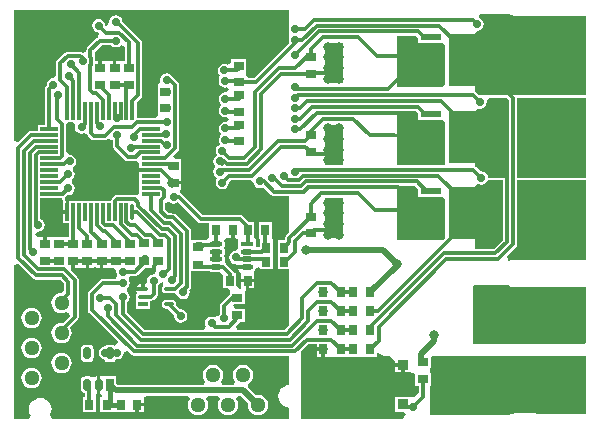
<source format=gbl>
G04 Layer_Physical_Order=2*
G04 Layer_Color=16711680*
%FSLAX24Y24*%
%MOIN*%
G70*
G01*
G75*
%ADD15R,0.0315X0.0354*%
%ADD22R,0.0276X0.0354*%
%ADD24R,0.0354X0.0315*%
%ADD25R,0.0354X0.0276*%
%ADD26R,0.1820X0.1780*%
%ADD27R,0.0650X0.0240*%
%ADD28C,0.0197*%
%ADD29C,0.0118*%
%ADD30R,0.1654X0.2638*%
%ADD31R,0.1654X0.1850*%
%ADD32C,0.0512*%
%ADD33C,0.0315*%
%ADD34C,0.0276*%
G04:AMPARAMS|DCode=35|XSize=39.4mil|YSize=26mil|CornerRadius=6.5mil|HoleSize=0mil|Usage=FLASHONLY|Rotation=90.000|XOffset=0mil|YOffset=0mil|HoleType=Round|Shape=RoundedRectangle|*
%AMROUNDEDRECTD35*
21,1,0.0394,0.0130,0,0,90.0*
21,1,0.0264,0.0260,0,0,90.0*
1,1,0.0130,0.0065,0.0132*
1,1,0.0130,0.0065,-0.0132*
1,1,0.0130,-0.0065,-0.0132*
1,1,0.0130,-0.0065,0.0132*
%
%ADD35ROUNDEDRECTD35*%
%ADD36R,0.0260X0.0394*%
%ADD37R,0.0335X0.0138*%
%ADD38O,0.0335X0.0138*%
%ADD39O,0.0433X0.0177*%
%ADD40R,0.0433X0.0177*%
%ADD41R,0.0591X0.1378*%
%ADD42O,0.0118X0.0591*%
%ADD43R,0.0118X0.0591*%
%ADD44R,0.0591X0.0118*%
%ADD45R,0.0335X0.0335*%
%ADD46R,0.0118X0.0118*%
%ADD47C,0.0157*%
G36*
X5238Y7309D02*
X5309Y7261D01*
X5394Y7244D01*
X5478Y7261D01*
X5534Y7298D01*
X6200Y6633D01*
X6245Y6602D01*
X6299Y6592D01*
X6575D01*
Y6122D01*
X6575D01*
X6566Y6092D01*
X6476Y6024D01*
X6476Y6024D01*
X6476Y6024D01*
X6355D01*
X6344Y6031D01*
X6260Y6048D01*
X6217Y6039D01*
X6181Y6046D01*
X6127Y6035D01*
X6110Y6024D01*
X5967D01*
Y6325D01*
X5957Y6379D01*
X5926Y6425D01*
X5460Y6891D01*
X5415Y6921D01*
X5361Y6932D01*
X5225D01*
X5119Y7038D01*
Y7274D01*
X5235Y7309D01*
X5238Y7309D01*
D02*
G37*
G36*
X13553Y7744D02*
Y7480D01*
X14360D01*
X14449Y7409D01*
Y6117D01*
X14356Y6024D01*
X12835D01*
Y6908D01*
X12894D01*
X12924Y6914D01*
X12950Y6931D01*
X12968Y6957D01*
X12974Y6988D01*
Y7106D01*
X12968Y7137D01*
X12950Y7163D01*
X12924Y7180D01*
X12894Y7187D01*
X12835D01*
Y7852D01*
X13446D01*
X13553Y7744D01*
D02*
G37*
G36*
X10492Y6319D02*
X10295D01*
Y6437D01*
X10492D01*
Y6319D01*
D02*
G37*
G36*
X2068Y9947D02*
X2114Y9862D01*
X2102Y9803D01*
X2119Y9719D01*
X2167Y9647D01*
X2238Y9599D01*
X2323Y9582D01*
X2384Y9595D01*
X2411Y9597D01*
X2418Y9594D01*
X2521Y9533D01*
X2538Y9507D01*
X2637Y9409D01*
X2682Y9378D01*
X2736Y9367D01*
X3095D01*
X3148Y9378D01*
X3194Y9409D01*
X3195Y9410D01*
X3338Y9386D01*
X3348Y9371D01*
X3363Y9361D01*
Y9177D01*
X3374Y9123D01*
X3405Y9078D01*
X3763Y8720D01*
X3808Y8689D01*
X3862Y8678D01*
X4136D01*
X4198Y8648D01*
X4238Y8612D01*
X4252Y8590D01*
Y8425D01*
Y8425D01*
X4612D01*
X4626Y8422D01*
Y8307D01*
X4252D01*
Y8031D01*
Y7606D01*
X4183Y7555D01*
X4134Y7535D01*
X4097Y7542D01*
X3504D01*
X3450Y7531D01*
X3405Y7501D01*
X3326Y7422D01*
X3295Y7377D01*
X3289Y7343D01*
X2303D01*
Y7343D01*
X2185D01*
Y7343D01*
X1909D01*
Y6982D01*
X1907Y6969D01*
X1850D01*
Y6909D01*
X1713D01*
Y6594D01*
X1907D01*
Y6142D01*
X1791D01*
Y6142D01*
X1319D01*
Y6142D01*
X1161D01*
Y5906D01*
X1043D01*
Y6142D01*
X846D01*
X846Y6142D01*
Y6142D01*
X784Y6232D01*
X858Y6306D01*
X872Y6316D01*
X951Y6331D01*
X1022Y6379D01*
X1070Y6451D01*
X1087Y6535D01*
X1070Y6620D01*
X1022Y6692D01*
X951Y6739D01*
X948Y6740D01*
Y7441D01*
X1227D01*
X1240Y7438D01*
X1659D01*
X1708Y7351D01*
X1713Y7323D01*
Y7028D01*
X1791D01*
Y7343D01*
X1784D01*
X1768Y7387D01*
X1764Y7461D01*
X1792Y7479D01*
X1852Y7539D01*
X1870Y7535D01*
X1955Y7552D01*
X2026Y7600D01*
X2074Y7671D01*
X2091Y7756D01*
X2074Y7840D01*
X2026Y7912D01*
X2008Y7924D01*
Y8060D01*
X2026Y8072D01*
X2074Y8144D01*
X2091Y8228D01*
X2074Y8313D01*
X2049Y8350D01*
X2033Y8400D01*
X2072Y8496D01*
X2085Y8505D01*
X2133Y8577D01*
X2150Y8661D01*
X2133Y8746D01*
X2085Y8818D01*
X2014Y8865D01*
X1929Y8882D01*
X1814Y8976D01*
Y9902D01*
X1918Y9980D01*
X2039D01*
X2068Y9947D01*
D02*
G37*
G36*
X12894Y6988D02*
X12697D01*
Y7106D01*
X12894D01*
Y6988D01*
D02*
G37*
G36*
X19134Y5376D02*
X16752D01*
Y5378D01*
X16634Y5362D01*
X16581Y5341D01*
X16529Y5359D01*
X16497Y5495D01*
X16804Y5801D01*
X16834Y5847D01*
X16845Y5901D01*
Y8031D01*
X19134D01*
Y5376D01*
D02*
G37*
G36*
X10157Y2461D02*
X10374D01*
Y2402D01*
X10433D01*
Y2146D01*
X10591D01*
X10591Y2146D01*
X10748D01*
Y2146D01*
X10787Y2146D01*
X11575D01*
Y2146D01*
X11732D01*
Y2146D01*
X12165D01*
Y2262D01*
X12205Y2288D01*
X12402Y2183D01*
Y2165D01*
X12605D01*
X12785Y1969D01*
Y1939D01*
X13031D01*
Y1880D01*
X13091D01*
Y1634D01*
X13256D01*
X13284Y1631D01*
X13445Y1563D01*
Y1181D01*
X13560D01*
Y938D01*
X13394Y790D01*
X13278Y807D01*
X13278Y807D01*
X12785D01*
Y315D01*
X13084D01*
X13126Y251D01*
X13041Y80D01*
X9646D01*
X9646Y2336D01*
X9886Y2576D01*
X10157D01*
Y2461D01*
D02*
G37*
G36*
X19134Y2165D02*
Y257D01*
X16772D01*
Y259D01*
X16654Y247D01*
X16540Y213D01*
X16510Y197D01*
X13937Y197D01*
Y1181D01*
X13957D01*
Y1614D01*
X13937D01*
Y1772D01*
X13957D01*
Y2110D01*
X14012Y2165D01*
X19134Y2165D01*
D02*
G37*
G36*
X16521Y4528D02*
X16524Y4526D01*
X16634Y4480D01*
X16752Y4464D01*
Y4467D01*
X19134D01*
Y2615D01*
X19078Y2559D01*
X15354Y2559D01*
Y4472D01*
X15410Y4528D01*
X16521D01*
D02*
G37*
G36*
X3051Y5118D02*
X3401D01*
X3484Y5000D01*
X3480Y4980D01*
X3497Y4896D01*
X3508Y4880D01*
X3514Y4858D01*
X3464Y4747D01*
X3031D01*
X2978Y4736D01*
X2932Y4706D01*
X2578Y4351D01*
X2547Y4306D01*
X2537Y4252D01*
Y3703D01*
X2547Y3649D01*
X2578Y3604D01*
X3524Y2657D01*
X3523Y2627D01*
X3483Y2532D01*
X3403Y2514D01*
X3389Y2523D01*
X3333Y2534D01*
X3203D01*
X3147Y2523D01*
X3117Y2503D01*
X3110Y2504D01*
X3026Y2487D01*
X2954Y2440D01*
X2906Y2368D01*
X2889Y2283D01*
X2906Y2199D01*
X2954Y2127D01*
X3026Y2079D01*
X3067Y2071D01*
X3067Y2068D01*
X3099Y2020D01*
X3147Y1989D01*
X3203Y1978D01*
X3333D01*
X3389Y1989D01*
X3436Y2020D01*
X3468Y2068D01*
X3470Y2069D01*
X3504Y2063D01*
X3588Y2079D01*
X3660Y2127D01*
X3708Y2199D01*
X3725Y2283D01*
X3723Y2291D01*
X3832Y2349D01*
X3958Y2223D01*
X4003Y2193D01*
X4057Y2182D01*
X9252D01*
Y1204D01*
X9154Y1191D01*
X9063Y1153D01*
X8985Y1094D01*
X8925Y1015D01*
X8888Y924D01*
X8875Y827D01*
X8888Y729D01*
X8925Y638D01*
X8985Y560D01*
X9063Y500D01*
X9154Y462D01*
X9252Y450D01*
Y80D01*
X1325D01*
X1266Y198D01*
X1272Y205D01*
X1309Y296D01*
X1322Y394D01*
X1309Y491D01*
X1272Y582D01*
X1212Y660D01*
X1133Y720D01*
X1043Y758D01*
X945Y771D01*
X847Y758D01*
X756Y720D01*
X678Y660D01*
X618Y582D01*
X580Y491D01*
X568Y394D01*
X580Y296D01*
X618Y205D01*
X623Y198D01*
X565Y80D01*
X80D01*
Y5203D01*
X198Y5252D01*
X687Y4763D01*
X733Y4732D01*
X787Y4722D01*
X1600D01*
X1730Y4592D01*
Y4388D01*
X1654Y4282D01*
X1566Y4271D01*
X1485Y4237D01*
X1415Y4184D01*
X1361Y4114D01*
X1328Y4032D01*
X1316Y3945D01*
X1328Y3858D01*
X1361Y3776D01*
X1415Y3706D01*
X1485Y3653D01*
X1566Y3619D01*
X1654Y3607D01*
X1741Y3619D01*
X1803Y3644D01*
X1899Y3594D01*
X1912Y3584D01*
X1922Y3491D01*
X1707Y3275D01*
X1654Y3282D01*
X1566Y3271D01*
X1485Y3237D01*
X1415Y3184D01*
X1361Y3114D01*
X1328Y3032D01*
X1316Y2945D01*
X1328Y2858D01*
X1361Y2776D01*
X1415Y2706D01*
X1485Y2653D01*
X1566Y2619D01*
X1654Y2607D01*
X1741Y2619D01*
X1822Y2653D01*
X1892Y2706D01*
X1946Y2776D01*
X1980Y2858D01*
X1991Y2945D01*
X1980Y3032D01*
X1946Y3114D01*
X1944Y3116D01*
X2186Y3357D01*
X2216Y3403D01*
X2227Y3457D01*
Y4712D01*
X2216Y4765D01*
X2186Y4811D01*
X1988Y5009D01*
X2033Y5118D01*
X2461D01*
Y5354D01*
X2579D01*
Y5118D01*
X2933D01*
Y5354D01*
X3051D01*
Y5118D01*
D02*
G37*
G36*
X4626Y5118D02*
X4751D01*
X4815Y5019D01*
X4776Y4914D01*
X4724Y4906D01*
X4640Y4889D01*
X4568Y4841D01*
X4520Y4770D01*
X4504Y4685D01*
X4506Y4673D01*
X4499Y4651D01*
X4429Y4574D01*
Y4409D01*
X4370D01*
Y4350D01*
X4133D01*
X4158Y4281D01*
X4133Y4211D01*
X4123Y4163D01*
X4121Y4154D01*
X4124Y4045D01*
X4124Y4045D01*
Y3750D01*
X4616D01*
Y4013D01*
X4626D01*
X4680Y4024D01*
X4725Y4054D01*
X4824Y4153D01*
X4854Y4198D01*
X4865Y4252D01*
Y4518D01*
X4881Y4529D01*
X4928Y4601D01*
X4954Y4616D01*
X5044Y4637D01*
X5041Y4523D01*
X5031Y4516D01*
X4999Y4467D01*
X4987Y4409D01*
X4999Y4352D01*
X5031Y4303D01*
X5080Y4270D01*
X5138Y4259D01*
X5335D01*
X5385Y4269D01*
X5433D01*
X5505Y4205D01*
X5553Y4134D01*
X5624Y4086D01*
X5709Y4069D01*
X5793Y4086D01*
X5865Y4134D01*
X5913Y4205D01*
X5929Y4290D01*
X5913Y4373D01*
X5926Y4386D01*
X5957Y4432D01*
X5967Y4485D01*
Y5000D01*
X6325D01*
X6339Y4997D01*
X6592D01*
X6618Y4980D01*
X6683Y4967D01*
X6939D01*
X6941Y4968D01*
X7047Y4878D01*
X7047Y4877D01*
Y4429D01*
X7216D01*
X7264Y4331D01*
Y4227D01*
X7243Y4214D01*
X6977Y3948D01*
X6947Y3902D01*
X6936Y3848D01*
Y3592D01*
X6921Y3581D01*
X6874Y3512D01*
X6873Y3510D01*
X6744Y3468D01*
X6738Y3472D01*
X6654Y3488D01*
X6569Y3472D01*
X6497Y3424D01*
X6450Y3352D01*
X6433Y3268D01*
X6450Y3183D01*
X6457Y3172D01*
X6394Y3054D01*
X4431D01*
X3841Y3644D01*
Y3967D01*
X3857Y3978D01*
X3905Y4049D01*
X3922Y4134D01*
X3905Y4218D01*
X3857Y4290D01*
X3839Y4302D01*
X3839Y4438D01*
X3857Y4450D01*
X3905Y4522D01*
X3922Y4606D01*
X3905Y4691D01*
X3894Y4707D01*
X3887Y4728D01*
X3937Y4840D01*
X4093D01*
X4146Y4851D01*
X4192Y4881D01*
X4429Y5118D01*
X4626D01*
Y5118D01*
D02*
G37*
G36*
X16367Y6040D02*
X16058Y5731D01*
X15433D01*
Y7854D01*
X15551Y7917D01*
X15567Y7906D01*
X15652Y7889D01*
X15736Y7906D01*
X15808Y7954D01*
X15856Y8026D01*
X15857Y8031D01*
X16367D01*
Y6040D01*
D02*
G37*
G36*
X3757Y12486D02*
Y12008D01*
X3642D01*
Y12008D01*
X3484D01*
Y11772D01*
X3366D01*
Y12008D01*
X3012D01*
Y11772D01*
X2894D01*
Y12008D01*
X2772D01*
Y12116D01*
X2762Y12170D01*
X2759Y12175D01*
Y12300D01*
X2995Y12537D01*
X3298D01*
X3308Y12521D01*
X3380Y12473D01*
X3465Y12456D01*
X3549Y12473D01*
X3621Y12521D01*
X3630Y12535D01*
X3651Y12542D01*
X3757Y12486D01*
D02*
G37*
G36*
X13553Y12784D02*
Y12599D01*
X14331D01*
X14449Y12527D01*
X14449Y11225D01*
X14365Y11142D01*
X12835Y11142D01*
Y12026D01*
X12894D01*
X12924Y12032D01*
X12950Y12050D01*
X12968Y12076D01*
X12974Y12106D01*
Y12224D01*
X12968Y12255D01*
X12950Y12281D01*
X12924Y12299D01*
X12894Y12305D01*
X12835Y12364D01*
Y12852D01*
X13485D01*
X13553Y12784D01*
D02*
G37*
G36*
X9252Y13166D02*
X9245Y13155D01*
X9228Y13071D01*
X9245Y12986D01*
X9252Y12976D01*
Y12812D01*
X9245Y12801D01*
X9228Y12717D01*
X9245Y12632D01*
X9252Y12621D01*
Y12606D01*
X8086Y11440D01*
X7869D01*
X7815Y11535D01*
Y11614D01*
X7815D01*
X7815Y11654D01*
Y11837D01*
X7818Y11850D01*
X7815Y11864D01*
Y12087D01*
X7303D01*
Y11942D01*
X7185Y11882D01*
X7162Y11897D01*
X7078Y11914D01*
X6993Y11897D01*
X6922Y11849D01*
X6874Y11777D01*
X6857Y11693D01*
X6874Y11608D01*
X6922Y11537D01*
X6916Y11423D01*
X6899Y11339D01*
X6916Y11254D01*
X6964Y11182D01*
X7036Y11135D01*
X7120Y11118D01*
X7159Y11125D01*
X7233Y11044D01*
X7225Y11033D01*
X7137Y10965D01*
X7120Y10969D01*
X7036Y10952D01*
X6964Y10904D01*
X6916Y10833D01*
X6899Y10748D01*
X6916Y10664D01*
X6936Y10634D01*
X6955Y10551D01*
X6936Y10469D01*
X6916Y10439D01*
X6899Y10354D01*
X6916Y10270D01*
X6964Y10198D01*
X7036Y10150D01*
X7120Y10134D01*
X7159Y10141D01*
X7233Y10059D01*
X7225Y10049D01*
X7137Y9981D01*
X7120Y9985D01*
X7036Y9968D01*
X6964Y9920D01*
X6916Y9848D01*
X6899Y9764D01*
X6916Y9679D01*
X6936Y9650D01*
X6955Y9567D01*
X6936Y9484D01*
X6916Y9455D01*
X6899Y9370D01*
X6906Y9337D01*
X6923Y9220D01*
X6852Y9172D01*
X6804Y9100D01*
X6787Y9016D01*
X6804Y8931D01*
X6850Y8862D01*
X6784Y8818D01*
X6736Y8746D01*
X6719Y8661D01*
X6736Y8577D01*
X6784Y8505D01*
Y8463D01*
X6736Y8392D01*
X6719Y8307D01*
X6736Y8223D01*
X6784Y8151D01*
X6850Y8107D01*
X6804Y8037D01*
X6787Y7953D01*
X6804Y7868D01*
X6852Y7797D01*
X6923Y7749D01*
X7008Y7732D01*
X7092Y7749D01*
X7164Y7797D01*
X7212Y7868D01*
X7229Y7953D01*
X7227Y7962D01*
X7305Y8048D01*
X7938D01*
X8017Y8008D01*
X8057Y7941D01*
X8064Y7908D01*
X8112Y7836D01*
X8183Y7788D01*
X8268Y7771D01*
X8352Y7788D01*
X8378Y7805D01*
X8645Y7538D01*
X8690Y7508D01*
X8744Y7497D01*
X9252D01*
Y6301D01*
X9153Y6202D01*
X9122Y6156D01*
X9111Y6102D01*
Y6043D01*
X8858D01*
Y5531D01*
Y5059D01*
X9252D01*
Y3191D01*
X9115Y3054D01*
X7501D01*
X7456Y3163D01*
X7600Y3307D01*
X7776D01*
Y3740D01*
X7431D01*
X7369Y3858D01*
X7397Y3898D01*
X7776D01*
Y4311D01*
X7776Y4331D01*
X7795Y4371D01*
Y4626D01*
X7638D01*
Y4449D01*
X7638Y4429D01*
X7625Y4402D01*
X7587Y4402D01*
X7480Y4515D01*
Y4941D01*
X7400D01*
X7394Y4975D01*
X7363Y5021D01*
X7147Y5237D01*
X7097Y5328D01*
X7110Y5394D01*
X7097Y5459D01*
X7060Y5514D01*
Y5529D01*
X7097Y5584D01*
X7110Y5650D01*
X7097Y5715D01*
X7063Y5778D01*
X7097Y5840D01*
X7110Y5906D01*
X7097Y5971D01*
X7074Y6004D01*
X7084Y6046D01*
X7168Y6122D01*
X7303D01*
Y6378D01*
X7421D01*
Y6122D01*
X7442D01*
X7539Y6073D01*
X7539Y6028D01*
Y5785D01*
X7478Y5697D01*
X7447Y5675D01*
X7382Y5662D01*
X7310Y5615D01*
X7262Y5543D01*
X7246Y5458D01*
X7262Y5374D01*
X7310Y5302D01*
X7382Y5254D01*
X7446Y5242D01*
X7470Y5233D01*
X7495Y5197D01*
X7835D01*
Y5079D01*
X7548D01*
X7549Y5073D01*
X7575Y5033D01*
X7586Y5017D01*
X7638Y4916D01*
X7638Y4860D01*
Y4744D01*
X8071D01*
X8071Y4908D01*
X8077Y4961D01*
X8102Y5046D01*
X8120Y5073D01*
X8246Y5128D01*
X8268Y5121D01*
Y5059D01*
X8701D01*
Y5531D01*
Y6043D01*
X8701D01*
X8661Y6122D01*
Y6634D01*
X8228D01*
Y6122D01*
X8228D01*
X8268Y6043D01*
Y5790D01*
X8130D01*
Y6073D01*
X8130D01*
X8071Y6122D01*
Y6634D01*
X7896D01*
X7698Y6832D01*
X7652Y6862D01*
X7598Y6873D01*
X6357D01*
X5666Y7564D01*
X5620Y7595D01*
X5602Y7598D01*
X5612Y7710D01*
X5617Y7717D01*
X5650D01*
Y7894D01*
X5394D01*
Y8012D01*
X5650D01*
Y8189D01*
X5650D01*
Y8268D01*
X5650D01*
Y8740D01*
X5428D01*
X5383Y8849D01*
X5532Y8999D01*
X5563Y9045D01*
X5574Y9098D01*
Y9213D01*
X5574Y9213D01*
Y11199D01*
X5563Y11253D01*
X5532Y11298D01*
X5353Y11477D01*
X5350Y11479D01*
X5314Y11534D01*
X5242Y11582D01*
X5157Y11599D01*
X5073Y11582D01*
X5001Y11534D01*
X4954Y11462D01*
X4937Y11378D01*
X4945Y11339D01*
X4928Y11311D01*
X4862Y11220D01*
X4862D01*
X4862Y11220D01*
Y10748D01*
X4862D01*
Y10669D01*
X4862D01*
Y10197D01*
X4808Y10101D01*
X4173D01*
X4154Y10117D01*
Y10341D01*
X4156Y10354D01*
Y10611D01*
X4312Y10767D01*
X4342Y10812D01*
X4353Y10866D01*
Y12597D01*
X4342Y12651D01*
X4312Y12697D01*
X3681Y13327D01*
X3669Y13392D01*
X3621Y13463D01*
X3549Y13511D01*
X3465Y13528D01*
X3380Y13511D01*
X3308Y13463D01*
X3261Y13392D01*
X3244Y13307D01*
X3162Y13189D01*
X3114Y13189D01*
X3098Y13273D01*
X3050Y13345D01*
X2978Y13393D01*
X2894Y13410D01*
X2809Y13393D01*
X2738Y13345D01*
X2690Y13273D01*
X2673Y13189D01*
X2690Y13104D01*
X2738Y13033D01*
X2809Y12985D01*
X2871Y12973D01*
X2898Y12924D01*
X2883Y12807D01*
X2838Y12776D01*
X2519Y12458D01*
X2488Y12412D01*
X2478Y12358D01*
Y12337D01*
X2437Y12306D01*
X2359Y12280D01*
X2337Y12295D01*
X2283Y12306D01*
X1854D01*
X1801Y12295D01*
X1755Y12265D01*
X1515Y12025D01*
X1484Y11979D01*
X1474Y11925D01*
Y11543D01*
X1378Y11441D01*
X1293Y11424D01*
X1222Y11377D01*
X1174Y11305D01*
X1157Y11220D01*
X1161Y11202D01*
X1141Y11182D01*
X1110Y11136D01*
X1100Y11083D01*
Y9882D01*
X866D01*
Y9688D01*
X643D01*
X589Y9677D01*
X544Y9647D01*
X198Y9301D01*
X80Y9350D01*
Y13699D01*
X9252D01*
Y13166D01*
D02*
G37*
G36*
X10492Y11555D02*
X10295D01*
Y11673D01*
X10492D01*
Y11555D01*
D02*
G37*
G36*
X12894Y12106D02*
X12697D01*
Y12224D01*
X12894D01*
Y12106D01*
D02*
G37*
G36*
X16540Y13567D02*
X16654Y13532D01*
X16772Y13521D01*
Y13522D01*
X19134D01*
Y10868D01*
X16865D01*
X16861Y10867D01*
X16857Y10867D01*
X16853Y10866D01*
X16490D01*
X16482Y10868D01*
X15909D01*
X15902Y10866D01*
X15575D01*
X15475Y10965D01*
X15433Y10994D01*
Y12940D01*
X15516Y13008D01*
X15600Y13024D01*
X15672Y13072D01*
X15720Y13144D01*
X15737Y13228D01*
X15720Y13313D01*
X15672Y13384D01*
X15600Y13432D01*
X15583Y13436D01*
X15561Y13465D01*
X15616Y13579D01*
X15622Y13583D01*
X16511D01*
X16540Y13567D01*
D02*
G37*
G36*
X10492Y8839D02*
X10295D01*
Y8957D01*
X10492D01*
Y8839D01*
D02*
G37*
G36*
X13553Y10264D02*
Y10039D01*
X14360D01*
X14449Y9968D01*
Y8526D01*
X12835D01*
Y9388D01*
X12894D01*
X12924Y9394D01*
X12950Y9412D01*
X12968Y9438D01*
X12974Y9469D01*
Y9587D01*
X12968Y9617D01*
X12950Y9643D01*
X12924Y9661D01*
X12894Y9667D01*
X12835D01*
Y10332D01*
X13485D01*
X13553Y10264D01*
D02*
G37*
G36*
X19134Y8112D02*
X16845D01*
Y10763D01*
X16865Y10787D01*
X19134D01*
Y8112D01*
D02*
G37*
G36*
X16564Y10705D02*
Y8110D01*
X16375D01*
X16367Y8112D01*
X15872D01*
X15856Y8195D01*
X15808Y8266D01*
X15736Y8314D01*
X15652Y8331D01*
X15633Y8327D01*
X15475Y8485D01*
X15433Y8513D01*
Y10347D01*
X15470Y10378D01*
X15551Y10421D01*
X15612Y10409D01*
X15697Y10426D01*
X15768Y10474D01*
X15816Y10545D01*
X15833Y10630D01*
X15825Y10669D01*
X15888Y10771D01*
X15909Y10787D01*
X16482D01*
X16564Y10705D01*
D02*
G37*
G36*
X12894Y9469D02*
X12697D01*
Y9587D01*
X12894D01*
Y9469D01*
D02*
G37*
%LPC*%
G36*
X2835Y1499D02*
X2829D01*
X2773Y1488D01*
X2725Y1456D01*
X2688D01*
X2641Y1488D01*
X2585Y1499D01*
X2455D01*
X2399Y1488D01*
X2351Y1456D01*
X2319Y1408D01*
X2308Y1352D01*
Y1089D01*
X2319Y1033D01*
X2351Y985D01*
X2399Y953D01*
X2438Y945D01*
Y807D01*
X2362D01*
Y295D01*
X2795D01*
Y807D01*
X2795Y807D01*
X2795D01*
X2803Y922D01*
X2829Y942D01*
X2835D01*
Y1220D01*
Y1499D01*
D02*
G37*
G36*
X1654Y2282D02*
X1566Y2271D01*
X1485Y2237D01*
X1415Y2184D01*
X1361Y2114D01*
X1328Y2032D01*
X1316Y1945D01*
X1328Y1858D01*
X1361Y1776D01*
X1415Y1706D01*
X1485Y1653D01*
X1566Y1619D01*
X1654Y1607D01*
X1741Y1619D01*
X1822Y1653D01*
X1892Y1706D01*
X1946Y1776D01*
X1980Y1858D01*
X1991Y1945D01*
X1980Y2032D01*
X1946Y2114D01*
X1892Y2184D01*
X1822Y2237D01*
X1741Y2271D01*
X1654Y2282D01*
D02*
G37*
G36*
X7701Y1873D02*
X7613Y1861D01*
X7532Y1828D01*
X7462Y1774D01*
X7408Y1704D01*
X7375Y1623D01*
X7363Y1535D01*
X7375Y1448D01*
X7408Y1367D01*
X7442Y1322D01*
X7414Y1236D01*
X7390Y1204D01*
X7012D01*
X6987Y1236D01*
X6959Y1322D01*
X6993Y1367D01*
X7027Y1448D01*
X7038Y1535D01*
X7027Y1623D01*
X6993Y1704D01*
X6939Y1774D01*
X6870Y1828D01*
X6788Y1861D01*
X6701Y1873D01*
X6613Y1861D01*
X6532Y1828D01*
X6462Y1774D01*
X6408Y1704D01*
X6375Y1623D01*
X6363Y1535D01*
X6375Y1448D01*
X6408Y1367D01*
X6442Y1322D01*
X6414Y1236D01*
X6390Y1204D01*
X3539D01*
X3476Y1267D01*
Y1496D01*
X3059D01*
X3059Y1496D01*
X2959Y1499D01*
X2953D01*
Y1220D01*
Y904D01*
X2990Y868D01*
X3007Y827D01*
X3002Y807D01*
X2953D01*
Y295D01*
X3268D01*
X3386Y295D01*
Y295D01*
X3386D01*
X3386Y295D01*
X3819D01*
X3937Y295D01*
X3976Y295D01*
X4114D01*
Y551D01*
X4173D01*
Y610D01*
X4409D01*
Y725D01*
X4409Y807D01*
X4513Y843D01*
X5866D01*
X5924Y725D01*
X5908Y704D01*
X5875Y623D01*
X5863Y535D01*
X5875Y448D01*
X5908Y367D01*
X5962Y297D01*
X6032Y243D01*
X6113Y209D01*
X6201Y198D01*
X6288Y209D01*
X6370Y243D01*
X6439Y297D01*
X6493Y367D01*
X6527Y448D01*
X6538Y535D01*
X6527Y623D01*
X6493Y704D01*
X6477Y725D01*
X6535Y843D01*
X6866D01*
X6924Y725D01*
X6908Y704D01*
X6875Y623D01*
X6863Y535D01*
X6875Y448D01*
X6908Y367D01*
X6962Y297D01*
X7032Y243D01*
X7113Y209D01*
X7201Y198D01*
X7288Y209D01*
X7370Y243D01*
X7439Y297D01*
X7493Y367D01*
X7527Y448D01*
X7538Y535D01*
X7527Y623D01*
X7493Y704D01*
X7477Y725D01*
X7527Y826D01*
X7644Y836D01*
X7873Y608D01*
X7863Y535D01*
X7875Y448D01*
X7908Y367D01*
X7962Y297D01*
X8032Y243D01*
X8113Y209D01*
X8201Y198D01*
X8288Y209D01*
X8370Y243D01*
X8439Y297D01*
X8493Y367D01*
X8527Y448D01*
X8538Y535D01*
X8527Y623D01*
X8493Y704D01*
X8439Y774D01*
X8370Y828D01*
X8288Y861D01*
X8201Y873D01*
X8128Y863D01*
X7874Y1117D01*
X7872Y1186D01*
X7879Y1234D01*
X7891Y1260D01*
X7939Y1297D01*
X7993Y1367D01*
X8027Y1448D01*
X8038Y1535D01*
X8027Y1623D01*
X7993Y1704D01*
X7939Y1774D01*
X7870Y1828D01*
X7788Y1861D01*
X7701Y1873D01*
D02*
G37*
G36*
X654Y1782D02*
X566Y1771D01*
X485Y1737D01*
X415Y1684D01*
X361Y1614D01*
X328Y1532D01*
X316Y1445D01*
X328Y1358D01*
X361Y1276D01*
X415Y1206D01*
X485Y1153D01*
X566Y1119D01*
X654Y1107D01*
X741Y1119D01*
X822Y1153D01*
X892Y1206D01*
X946Y1276D01*
X980Y1358D01*
X991Y1445D01*
X980Y1532D01*
X946Y1614D01*
X892Y1684D01*
X822Y1737D01*
X741Y1771D01*
X654Y1782D01*
D02*
G37*
G36*
X4409Y492D02*
X4232D01*
Y295D01*
X4409D01*
Y492D01*
D02*
G37*
G36*
X12972Y1821D02*
X12785D01*
Y1634D01*
X12972D01*
Y1821D01*
D02*
G37*
G36*
X5335Y4048D02*
X5138D01*
X5080Y4037D01*
X5031Y4004D01*
X4999Y3955D01*
X4987Y3898D01*
X4999Y3840D01*
X5031Y3791D01*
X5080Y3759D01*
X5138Y3747D01*
X5188D01*
X5413Y3522D01*
X5409Y3504D01*
X5426Y3419D01*
X5474Y3348D01*
X5545Y3300D01*
X5630Y3283D01*
X5714Y3300D01*
X5786Y3348D01*
X5834Y3419D01*
X5851Y3504D01*
X5834Y3588D01*
X5786Y3660D01*
X5714Y3708D01*
X5630Y3725D01*
X5611Y3721D01*
X5477Y3856D01*
X5485Y3898D01*
X5474Y3955D01*
X5441Y4004D01*
X5392Y4037D01*
X5335Y4048D01*
D02*
G37*
G36*
X8071Y4626D02*
X7913D01*
Y4429D01*
X8071D01*
Y4626D01*
D02*
G37*
G36*
X4311Y4560D02*
X4272D01*
X4214Y4549D01*
X4165Y4516D01*
X4134Y4469D01*
X4311D01*
Y4560D01*
D02*
G37*
G36*
X654Y3782D02*
X566Y3771D01*
X485Y3737D01*
X415Y3684D01*
X361Y3614D01*
X328Y3532D01*
X316Y3445D01*
X328Y3358D01*
X361Y3276D01*
X415Y3206D01*
X485Y3153D01*
X566Y3119D01*
X654Y3107D01*
X741Y3119D01*
X822Y3153D01*
X892Y3206D01*
X946Y3276D01*
X980Y3358D01*
X991Y3445D01*
X980Y3532D01*
X946Y3614D01*
X892Y3684D01*
X822Y3737D01*
X741Y3771D01*
X654Y3782D01*
D02*
G37*
G36*
X2585Y2534D02*
X2455D01*
X2399Y2523D01*
X2351Y2491D01*
X2319Y2444D01*
X2308Y2388D01*
Y2124D01*
X2319Y2068D01*
X2351Y2020D01*
X2399Y1989D01*
X2455Y1978D01*
X2585D01*
X2641Y1989D01*
X2688Y2020D01*
X2720Y2068D01*
X2731Y2124D01*
Y2388D01*
X2720Y2444D01*
X2688Y2491D01*
X2641Y2523D01*
X2585Y2534D01*
D02*
G37*
G36*
X654Y2782D02*
X566Y2771D01*
X485Y2737D01*
X415Y2684D01*
X361Y2614D01*
X328Y2532D01*
X316Y2445D01*
X328Y2358D01*
X361Y2276D01*
X415Y2206D01*
X485Y2153D01*
X566Y2119D01*
X654Y2107D01*
X741Y2119D01*
X822Y2153D01*
X892Y2206D01*
X946Y2276D01*
X980Y2358D01*
X991Y2445D01*
X980Y2532D01*
X946Y2614D01*
X892Y2684D01*
X822Y2737D01*
X741Y2771D01*
X654Y2782D01*
D02*
G37*
G36*
X10315Y2343D02*
X10157D01*
Y2146D01*
X10315D01*
Y2343D01*
D02*
G37*
%LPD*%
D15*
X4173Y551D02*
D03*
X3622D02*
D03*
X6811Y6378D02*
D03*
X7362D02*
D03*
D22*
X11358Y3661D02*
D03*
X11949D02*
D03*
X10374D02*
D03*
X10965D02*
D03*
X11358Y2402D02*
D03*
X11949D02*
D03*
X10374D02*
D03*
X10965D02*
D03*
X11358Y3031D02*
D03*
X11949D02*
D03*
X10374Y3031D02*
D03*
X10965D02*
D03*
X2579Y551D02*
D03*
X3169D02*
D03*
X7264Y4685D02*
D03*
X7854D02*
D03*
X7854Y6378D02*
D03*
X8445D02*
D03*
X8484Y5315D02*
D03*
X9075D02*
D03*
X8484Y5787D02*
D03*
X9075D02*
D03*
X11358Y4291D02*
D03*
X11949D02*
D03*
X10374D02*
D03*
X10965D02*
D03*
D24*
X9961Y11575D02*
D03*
Y12126D02*
D03*
X9961Y6260D02*
D03*
Y6811D02*
D03*
X9961Y8976D02*
D03*
Y9528D02*
D03*
X1575Y5906D02*
D03*
Y5354D02*
D03*
X2047Y5354D02*
D03*
Y5906D02*
D03*
X1102Y5906D02*
D03*
Y5354D02*
D03*
X3937Y5354D02*
D03*
Y5906D02*
D03*
X2520Y5354D02*
D03*
Y5906D02*
D03*
X2992Y5354D02*
D03*
Y5906D02*
D03*
X3465Y5354D02*
D03*
Y5906D02*
D03*
X7559Y9331D02*
D03*
Y9882D02*
D03*
Y10315D02*
D03*
Y10866D02*
D03*
Y11299D02*
D03*
Y11850D02*
D03*
X3425Y11220D02*
D03*
Y11772D02*
D03*
X3898Y11220D02*
D03*
Y11772D02*
D03*
X2953Y11220D02*
D03*
Y11772D02*
D03*
X5394Y7953D02*
D03*
Y8504D02*
D03*
X5118Y10433D02*
D03*
Y10984D02*
D03*
D25*
X4882Y5335D02*
D03*
Y5925D02*
D03*
X6220Y5217D02*
D03*
Y5807D02*
D03*
X4409Y5335D02*
D03*
Y5925D02*
D03*
X13701Y1988D02*
D03*
Y1398D02*
D03*
X7520Y4114D02*
D03*
Y3524D02*
D03*
D26*
X15460Y12047D02*
D03*
Y9488D02*
D03*
Y6929D02*
D03*
D27*
X13957Y12797D02*
D03*
Y12297D02*
D03*
Y11797D02*
D03*
Y11297D02*
D03*
Y10238D02*
D03*
Y9738D02*
D03*
Y9238D02*
D03*
Y8738D02*
D03*
Y7679D02*
D03*
Y7179D02*
D03*
Y6679D02*
D03*
Y6179D02*
D03*
D28*
X11949Y4291D02*
X12835Y5177D01*
Y5236D01*
X12362Y5709D02*
X12835Y5236D01*
X9961Y5709D02*
X12362D01*
X7713Y1024D02*
X8201Y535D01*
X3465Y1024D02*
X7713D01*
X13642Y2047D02*
X13701Y1988D01*
X3268Y1220D02*
X3465Y1024D01*
X13642Y2047D02*
Y2224D01*
X14075Y2657D01*
Y2874D01*
D29*
X8661Y8110D02*
X8744D01*
X9020Y7835D01*
X8268Y7992D02*
X8390D01*
X9055Y8189D02*
X9213Y8031D01*
X9449Y8307D02*
X9528Y8386D01*
X9720Y8189D02*
X14213D01*
X9563Y8031D02*
X9720Y8189D01*
X9802Y7992D02*
X13504D01*
X9644Y7835D02*
X9802Y7992D01*
X9884Y7795D02*
X12874D01*
X9726Y7638D02*
X9884Y7795D01*
X9020Y7835D02*
X9644D01*
X8744Y7638D02*
X9726D01*
X5433Y9213D02*
Y11199D01*
X5433Y9213D02*
X5433Y9213D01*
X5254Y11378D02*
X5433Y11199D01*
X5090Y9547D02*
X5130Y9588D01*
X4173Y9961D02*
X5157D01*
X5116Y9213D02*
X5157D01*
X807Y6594D02*
Y8876D01*
Y6594D02*
X866Y6535D01*
X591Y5748D02*
Y8938D01*
X394Y5533D02*
Y9019D01*
X197Y5452D02*
Y9101D01*
Y5452D02*
X787Y4862D01*
X197Y9101D02*
X643Y9547D01*
X394Y5533D02*
X868Y5059D01*
X394Y9019D02*
X725Y9350D01*
X591Y5748D02*
X709Y5630D01*
X591Y8938D02*
X806Y9154D01*
X787Y4862D02*
X1658D01*
X868Y5059D02*
X1739D01*
X2146Y4980D02*
X2756D01*
X2126Y4961D02*
X2146Y4980D01*
X2047Y5039D02*
X2126Y4961D01*
X2047Y5039D02*
Y5354D01*
X2087Y3457D02*
Y4712D01*
X1739Y5059D02*
X2087Y4712D01*
X1654Y4024D02*
X1870Y4240D01*
Y4650D01*
X1658Y4862D02*
X1870Y4650D01*
X1654Y3024D02*
X2087Y3457D01*
X9449Y13071D02*
X9758D01*
X10073Y13386D01*
X15358D01*
X9449Y12717D02*
X9682D01*
X10155Y13189D01*
X10354Y12795D02*
X11535D01*
X9961Y12402D02*
X10354Y12795D01*
X9961Y12126D02*
Y12402D01*
X9449Y12205D02*
X10236Y12992D01*
X9449Y11772D02*
X9961Y12283D01*
X8895Y11772D02*
X9449D01*
X8110Y10987D02*
X8895Y11772D01*
X8976Y11575D02*
X9961D01*
X12524Y11063D02*
X13130Y11669D01*
X9528Y11063D02*
X12524D01*
X9449Y11142D02*
X9528Y11063D01*
X9685Y4112D02*
X10179Y4606D01*
X9685Y3425D02*
Y4112D01*
X10179Y4606D02*
X10650D01*
X10965Y4291D01*
X9173Y2913D02*
X9685Y3425D01*
X4373Y2913D02*
X9173D01*
X10965Y4291D02*
X11358D01*
X4057Y2323D02*
X9434D01*
X9828Y2717D02*
X10650D01*
X9434Y2323D02*
X9828Y2717D01*
X9882Y3679D02*
X10179Y3976D01*
X9882Y3328D02*
Y3679D01*
X9271Y2717D02*
X9882Y3328D01*
X4291Y2717D02*
X9271D01*
X10179Y3976D02*
X10650D01*
X10965Y3661D01*
X11358D01*
X11949D02*
X12192D01*
X4173Y2520D02*
X9352D01*
X10179Y3346D01*
X10650D01*
X10965Y3031D01*
X11358D02*
X11358Y3031D01*
X10965Y3031D02*
X11358D01*
X10650Y2717D02*
X10965Y2402D01*
X11358D01*
X3504Y9177D02*
X3862Y8819D01*
X3504Y9177D02*
Y9528D01*
X3862Y8819D02*
X4136D01*
X3390Y9803D02*
X4016D01*
X4173Y9961D01*
X3095Y9508D02*
X3390Y9803D01*
X3999Y9154D02*
X4626D01*
X3976Y9131D02*
X3999Y9154D01*
X3976Y9094D02*
Y9131D01*
X4136Y8819D02*
X4274Y8957D01*
X4626D01*
X2736Y9508D02*
X3095D01*
X2835Y9926D02*
X2930Y9830D01*
X2835Y9926D02*
Y10354D01*
X10315Y7598D02*
X11535D01*
X9961Y7244D02*
X10315Y7598D01*
X9528Y8386D02*
X15376D01*
X8390Y7992D02*
X8744Y7638D01*
X9213Y8031D02*
X9563D01*
X2638Y9606D02*
X2736Y9508D01*
X2638Y9606D02*
Y10354D01*
X2323Y9803D02*
X2441Y9921D01*
Y10354D01*
X4055Y9488D02*
Y9528D01*
X3425Y7323D02*
X3504Y7402D01*
X3425Y6969D02*
Y7323D01*
X5094Y8760D02*
X5433Y9098D01*
Y9213D01*
X4980Y8366D02*
X5394Y7953D01*
X4626Y8366D02*
X4980D01*
X6811Y5138D02*
X7047D01*
X6339D02*
X6811D01*
X6260Y5217D02*
X6339Y5138D01*
X3701Y3585D02*
X4373Y2913D01*
X3701Y3585D02*
Y4134D01*
X3465Y3543D02*
X4291Y2717D01*
X3465Y3543D02*
Y3894D01*
X3189Y3504D02*
X4173Y2520D01*
X3189Y3504D02*
Y3780D01*
X2677Y3703D02*
X4057Y2323D01*
X2677Y3703D02*
Y4252D01*
X5236Y3898D02*
X5630Y3504D01*
X5236Y3898D02*
X5236Y3898D01*
X3264Y4094D02*
X3465Y3894D01*
X4370Y4409D02*
Y4720D01*
X4724Y5075D01*
Y5177D01*
X4882Y5335D01*
Y5925D02*
Y5963D01*
X4449Y5337D02*
Y5394D01*
X3937Y5906D02*
Y5963D01*
X5039Y4921D02*
X5079D01*
X5329Y4739D02*
X5433Y4843D01*
X5433Y4409D02*
X5630Y4606D01*
X5709Y4367D02*
X5827Y4485D01*
X3701Y4980D02*
X4093D01*
X5329Y4710D02*
Y4739D01*
X4724Y4685D02*
Y4724D01*
X5236Y4409D02*
X5433D01*
X5709Y4290D02*
Y4367D01*
X5079Y4921D02*
X5236Y5079D01*
X4724Y4252D02*
Y4685D01*
X3031Y4606D02*
X3701D01*
X4093Y4980D02*
X4449Y5337D01*
X2953Y4094D02*
X3264D01*
X2677Y4252D02*
X3031Y4606D01*
X7520Y3425D02*
Y3524D01*
X7244Y3150D02*
X7520Y3425D01*
X6772Y3150D02*
X7244D01*
X7343Y4114D02*
X7520D01*
X16705Y5901D02*
Y10763D01*
X16508Y5982D02*
Y8440D01*
X15460Y12008D02*
X16705Y10763D01*
X15460Y9488D02*
X16508Y8440D01*
X14213Y8189D02*
X15433Y6969D01*
X7120Y9370D02*
X7159Y9331D01*
X8110Y9142D02*
Y10987D01*
X7748Y8780D02*
X8110Y9142D01*
X8307Y9061D02*
Y10906D01*
X7829Y8583D02*
X8307Y9061D01*
X7120Y11339D02*
X7559D01*
X7441Y11299D02*
X8144D01*
X7244Y8189D02*
X7992D01*
X7019Y8386D02*
X7911D01*
X6940Y8307D02*
X7019Y8386D01*
X7163Y8583D02*
X7829D01*
X7084Y8661D02*
X7163Y8583D01*
X6940Y8661D02*
X7084D01*
X7008Y9016D02*
X7244Y8780D01*
X7748D01*
X9783Y9154D02*
X9961Y8976D01*
X9783Y9350D02*
X9961Y9528D01*
X2520Y1220D02*
X2579Y1161D01*
Y551D02*
Y1161D01*
X9075Y5315D02*
X9111D01*
X7008Y7953D02*
X7244Y8189D01*
X6940Y8661D02*
X7019Y8583D01*
X13076Y9395D02*
Y10113D01*
X12913Y10276D02*
X13076Y10113D01*
X10157Y10276D02*
X12913D01*
X14252Y13189D02*
X14921Y12520D01*
X13543Y12992D02*
X13738Y12797D01*
X11535Y12795D02*
X12165Y12165D01*
X12697D01*
X13130Y11512D02*
Y11929D01*
X13738Y12797D02*
X13917D01*
X13778Y10238D02*
X13957D01*
X13817Y7679D02*
X13996D01*
X13130Y6772D02*
X13253Y6895D01*
X11535Y7598D02*
X12087Y7047D01*
X9961Y6811D02*
Y7244D01*
X9961Y7244D02*
X9961Y7244D01*
X12087Y7047D02*
X12697D01*
X10079Y6378D02*
X10295D01*
X9961Y6260D02*
X10079Y6378D01*
X10354Y10079D02*
X11378D01*
X9961Y9685D02*
X10354Y10079D01*
X9961Y9528D02*
Y9685D01*
X11378Y10079D02*
X11929Y9528D01*
X12697D01*
X10039Y8898D02*
X10295D01*
X9961Y8976D02*
X10039Y8898D01*
X7120Y10354D02*
X7159Y10315D01*
X7520Y11693D02*
X7677Y11850D01*
X8406Y5394D02*
X8484Y5315D01*
X7835Y5394D02*
X8406D01*
X7835Y5906D02*
X7854Y5925D01*
Y6378D01*
X6811Y5906D02*
Y6378D01*
X6329Y5876D02*
X6781D01*
X6811Y5906D01*
X7264Y4685D02*
Y4921D01*
X7047Y5138D02*
X7264Y4921D01*
X7559Y10748D02*
X7677Y10866D01*
X7120Y10748D02*
X7559D01*
X7559Y9764D02*
X7677Y9882D01*
X7120Y9764D02*
X7559D01*
X7480Y11732D02*
X7520Y11693D01*
X7441D02*
X7480Y11732D01*
X13701Y805D02*
Y1398D01*
X13366Y470D02*
X13701Y805D01*
X13031Y561D02*
X13122Y470D01*
X13366D01*
X7598Y6732D02*
X7854Y6476D01*
Y6378D02*
Y6476D01*
X15376Y8386D02*
X15652Y8110D01*
X15358Y13386D02*
X15516Y13228D01*
X13543Y10472D02*
X13778Y10238D01*
X12874Y7795D02*
X13253Y7416D01*
Y6895D02*
Y7416D01*
X13504Y7992D02*
X13817Y7679D01*
X1240Y7579D02*
X1693D01*
X1870Y7756D01*
X1240Y7972D02*
X1614D01*
X1870Y8228D01*
X1240Y8563D02*
X1732D01*
X4626Y9547D02*
X5090D01*
X4626Y9350D02*
X4978D01*
X5116Y9213D01*
X4055Y9528D02*
X4272Y9744D01*
X4626D01*
X888Y8957D02*
X1240D01*
X806Y9154D02*
X1240D01*
X725Y9350D02*
X1240D01*
X643Y9547D02*
X1240D01*
X3228Y10354D02*
Y10888D01*
X2953Y11163D02*
X3228Y10888D01*
X2953Y11163D02*
Y11220D01*
X3819Y10354D02*
Y11142D01*
X3898Y11220D01*
X3425D02*
X3898D01*
X3425Y11220D02*
X3425Y11220D01*
X4626Y8760D02*
X5094D01*
X5157Y11378D02*
X5254D01*
X4016Y10354D02*
Y10669D01*
X3031Y10354D02*
Y10707D01*
X2813Y10925D02*
X3031Y10707D01*
X2719Y10925D02*
X2813D01*
X2618Y11026D02*
X2719Y10925D01*
X2047Y10354D02*
Y11339D01*
X1732Y8563D02*
X1831Y8661D01*
X1929D01*
X1240Y8760D02*
X1593D01*
X1673Y8841D01*
Y9902D01*
X1496Y10079D02*
X1673Y9902D01*
X1850Y10354D02*
Y11146D01*
X1890Y11496D02*
X2047Y11339D01*
X1614Y11382D02*
X1850Y11146D01*
X1240Y11083D02*
X1378Y11220D01*
X1240Y9744D02*
Y11083D01*
X1496Y10079D02*
Y10827D01*
X1535Y10866D01*
X2953Y11772D02*
Y12185D01*
X2894Y12244D02*
X2953Y12185D01*
X1854Y12165D02*
X2283D01*
X1614Y11925D02*
X1854Y12165D01*
X1614Y11382D02*
Y11925D01*
X1969Y11890D02*
X2244Y11614D01*
Y10354D02*
Y11614D01*
X2283Y12165D02*
X2356Y12092D01*
Y12002D02*
Y12092D01*
X2618Y11026D02*
Y11874D01*
X4016Y10669D02*
X4213Y10866D01*
X2618Y12130D02*
Y12358D01*
X2937Y12677D01*
X3465D01*
X3465Y13307D02*
X3503D01*
X4213Y12597D01*
Y10866D02*
Y12597D01*
X3898Y11772D02*
Y12634D01*
X3579Y12953D02*
X3898Y12634D01*
X3350Y12953D02*
X3579D01*
X3348Y12951D02*
X3350Y12953D01*
X3348Y12951D02*
X3348D01*
X3346Y12953D02*
X3348Y12951D01*
X3130Y12953D02*
X3346D01*
X2894Y13189D02*
X3130Y12953D01*
X2618Y11874D02*
X2632Y11888D01*
Y12116D01*
X2618Y12130D02*
X2632Y12116D01*
X2638Y6317D02*
X2992Y5963D01*
Y5906D02*
Y5963D01*
X2520Y5906D02*
Y6157D01*
X2244Y6432D02*
X2520Y6157D01*
X2244Y6432D02*
Y6969D01*
X2047Y5906D02*
Y6616D01*
X2047Y6616D02*
Y6969D01*
X2047Y6616D02*
X2047Y6616D01*
X1575Y5906D02*
X2047D01*
X2047Y5906D01*
X4171Y6201D02*
X4409Y5963D01*
Y5925D02*
Y5963D01*
X3622Y6569D02*
Y6969D01*
Y6569D02*
X3990Y6201D01*
X4171D01*
X3819Y6651D02*
Y6969D01*
Y6651D02*
X3934Y6535D01*
X4115D01*
X4450Y6201D01*
X4644D01*
X4882Y5963D01*
X4626Y7776D02*
X4978D01*
X4626Y8563D02*
X5276D01*
Y8425D02*
Y8563D01*
X3465Y5906D02*
Y5963D01*
X2835Y6535D02*
X3031Y6339D01*
X3089D01*
X3465Y5963D01*
X3031Y6616D02*
Y6969D01*
Y6616D02*
X3112Y6535D01*
X3364D01*
X3937Y5963D01*
X7531Y5394D02*
X7835D01*
Y5650D02*
X8327D01*
X8445Y5768D01*
Y6378D01*
X7466Y5458D02*
X7531Y5394D01*
X12192Y3661D02*
X15460Y6929D01*
X2638Y6317D02*
Y6969D01*
X2835Y6535D02*
Y6969D01*
X7077Y3848D02*
X7343Y4114D01*
X7077Y3425D02*
Y3848D01*
X6654Y3268D02*
X6772Y3150D01*
X6181Y5906D02*
X6260Y5827D01*
X4626Y4154D02*
X4724Y4252D01*
X4370Y4154D02*
X4626D01*
X1575Y5354D02*
X1575Y5354D01*
X807Y8876D02*
X888Y8957D01*
X3465Y5354D02*
X3937D01*
X3465Y5354D02*
X3465Y5354D01*
X2992Y5354D02*
X3465D01*
X2520D02*
X2992D01*
X2047D02*
X2520D01*
X1102Y5354D02*
X1575D01*
X10000Y11614D02*
X10295D01*
X9961Y11575D02*
X10000Y11614D01*
X9961Y12126D02*
X9961Y12126D01*
X8307Y10906D02*
X8976Y11575D01*
X10236Y12992D02*
X13543D01*
X10155Y13189D02*
X14252D01*
X8144Y11299D02*
X9449Y12604D01*
Y12717D01*
X7159Y10315D02*
X7559D01*
X7677D01*
X7159Y9331D02*
X7559D01*
X7677D01*
X9843Y10669D02*
X14291D01*
X9606Y10433D02*
X9843Y10669D01*
X10000Y10472D02*
X13543D01*
X9606Y10079D02*
X10000Y10472D01*
X9449Y10787D02*
X9528Y10866D01*
X9449Y10433D02*
X9606D01*
X9449Y10079D02*
X9606D01*
X9606Y9724D02*
X10157Y10276D01*
X9449Y9724D02*
X9606D01*
Y9724D01*
X7911Y8386D02*
X8875Y9350D01*
X9783D01*
X8957Y9154D02*
X9783D01*
X7992Y8189D02*
X8957Y9154D01*
X9111Y5315D02*
X9269Y5472D01*
X9270D01*
X9350Y5553D01*
Y5554D01*
X9449Y5652D01*
X9075Y5787D02*
X9252Y5965D01*
Y6102D02*
X9961Y6811D01*
X9252Y5965D02*
Y6102D01*
X9449Y5652D02*
Y6021D01*
X9688Y6260D01*
X9961D01*
X14291Y10669D02*
X15236Y9724D01*
X9528Y10866D02*
X15376D01*
X15612Y10630D01*
X11949Y3031D02*
Y3140D01*
X12224Y2677D02*
Y3137D01*
X11949Y2402D02*
X12224Y2677D01*
X16198Y5394D02*
X16705Y5901D01*
X12224Y3137D02*
X14481Y5394D01*
X16198D01*
X11949Y3140D02*
X14400Y5591D01*
X16116D01*
X16508Y5982D01*
X4922Y6201D02*
X5116D01*
X4154Y6969D02*
X4922Y6201D01*
X5116D02*
X5236Y6081D01*
X4016Y6969D02*
X4154D01*
X5236Y5079D02*
Y6081D01*
X5004Y6398D02*
X5198D01*
X4097Y7402D02*
X4213Y7286D01*
X3504Y7402D02*
X4097D01*
X5198Y6398D02*
X5433Y6162D01*
Y4843D02*
Y6162D01*
X4213Y7189D02*
Y7286D01*
Y7189D02*
X5004Y6398D01*
X4626Y7054D02*
Y7579D01*
Y7054D02*
X5085Y6594D01*
X5279D01*
X5630Y6244D01*
Y4606D02*
Y6244D01*
X5167Y6791D02*
X5361D01*
X5827Y6325D01*
Y4485D02*
Y6325D01*
X4978Y6980D02*
X5167Y6791D01*
X4978Y6980D02*
Y7382D01*
X5059Y7463D01*
Y7695D01*
X4978Y7776D02*
X5059Y7695D01*
X5394Y7465D02*
X5567D01*
X6299Y6732D01*
X7598D01*
X7078Y11693D02*
X7441D01*
D30*
X18307Y12205D02*
D03*
Y9449D02*
D03*
Y6693D02*
D03*
D31*
Y3543D02*
D03*
Y1181D02*
D03*
D32*
X6201Y535D02*
D03*
X6701Y1535D02*
D03*
X7201Y535D02*
D03*
X7701Y1535D02*
D03*
X8201Y535D02*
D03*
X8701Y1535D02*
D03*
X654Y4445D02*
D03*
X1654Y3945D02*
D03*
X654Y3445D02*
D03*
X1654Y2945D02*
D03*
X654Y2445D02*
D03*
X1654Y1945D02*
D03*
X654Y1445D02*
D03*
X1654Y945D02*
D03*
D33*
X709Y10394D02*
D03*
X4803Y512D02*
D03*
X3819Y1457D02*
D03*
X5315Y12205D02*
D03*
Y12992D02*
D03*
X6102D02*
D03*
X6496Y12598D02*
D03*
X5709D02*
D03*
X8898Y7087D02*
D03*
X6063Y7835D02*
D03*
X6457Y8268D02*
D03*
X5748Y9449D02*
D03*
X6102Y11417D02*
D03*
X5748Y11024D02*
D03*
X6496Y10236D02*
D03*
X6102Y9843D02*
D03*
X5748Y10236D02*
D03*
X6496Y11024D02*
D03*
X6102Y10630D02*
D03*
X6496Y9449D02*
D03*
X5866Y8976D02*
D03*
X6378D02*
D03*
X5906Y8465D02*
D03*
X6220Y7244D02*
D03*
X6654Y7244D02*
D03*
X5709Y11811D02*
D03*
X6496D02*
D03*
X6102Y12205D02*
D03*
X8543Y3583D02*
D03*
X8780Y4488D02*
D03*
X1417Y6969D02*
D03*
X1575Y4528D02*
D03*
X10551Y12126D02*
D03*
Y12480D02*
D03*
X10374Y4291D02*
D03*
Y3661D02*
D03*
X16132Y6831D02*
D03*
X16142Y11929D02*
D03*
Y12441D02*
D03*
X15669D02*
D03*
Y11929D02*
D03*
Y11417D02*
D03*
X16142D02*
D03*
X15669Y9882D02*
D03*
Y9409D02*
D03*
X16142Y9882D02*
D03*
Y9409D02*
D03*
Y8858D02*
D03*
X15669D02*
D03*
X16142Y6299D02*
D03*
X15669D02*
D03*
Y6811D02*
D03*
X16142Y7283D02*
D03*
X15669D02*
D03*
X14075Y2874D02*
D03*
X9803Y5709D02*
D03*
X10551Y6220D02*
D03*
X10551Y6575D02*
D03*
X10906Y8701D02*
D03*
X10551D02*
D03*
X10906Y7283D02*
D03*
X10551D02*
D03*
X12835Y5236D02*
D03*
X8898Y6732D02*
D03*
X5335Y7953D02*
D03*
X3031Y8071D02*
D03*
X2480Y12756D02*
D03*
X2756Y4980D02*
D03*
X2598Y2953D02*
D03*
X5000Y1575D02*
D03*
X4921Y3504D02*
D03*
X6417Y4724D02*
D03*
X6102Y3228D02*
D03*
X2087Y9252D02*
D03*
X10906Y11417D02*
D03*
X10906Y12480D02*
D03*
Y12126D02*
D03*
Y11772D02*
D03*
X10551D02*
D03*
Y11417D02*
D03*
X10906Y9764D02*
D03*
X10551Y9409D02*
D03*
X10906Y9409D02*
D03*
X10551Y9055D02*
D03*
X10906D02*
D03*
X10551Y9764D02*
D03*
X10551Y6929D02*
D03*
X10906Y6929D02*
D03*
Y6220D02*
D03*
Y6575D02*
D03*
X1811Y12776D02*
D03*
X17323Y5709D02*
D03*
Y6102D02*
D03*
X17008Y6299D02*
D03*
X17323Y6496D02*
D03*
X17008Y6693D02*
D03*
Y5906D02*
D03*
X17323Y6890D02*
D03*
X17008Y7087D02*
D03*
X17323Y7283D02*
D03*
X17008Y7480D02*
D03*
X17323Y7677D02*
D03*
Y8425D02*
D03*
X17008Y8622D02*
D03*
X17323Y8819D02*
D03*
X17008Y9016D02*
D03*
X17323Y9213D02*
D03*
X17008Y9409D02*
D03*
X17323Y9606D02*
D03*
X17008Y9803D02*
D03*
X17323Y10000D02*
D03*
X17008Y10197D02*
D03*
X17323Y10394D02*
D03*
Y11181D02*
D03*
X17008Y11378D02*
D03*
X17323Y11575D02*
D03*
X17008Y11772D02*
D03*
X17323Y11968D02*
D03*
X17008Y12165D02*
D03*
X17323Y12362D02*
D03*
X17008Y12559D02*
D03*
X17323Y12756D02*
D03*
X17008Y12953D02*
D03*
X17323Y13150D02*
D03*
Y1181D02*
D03*
Y1575D02*
D03*
X16929Y1378D02*
D03*
Y1772D02*
D03*
X17323Y1969D02*
D03*
Y787D02*
D03*
X16929Y984D02*
D03*
Y591D02*
D03*
X16535Y1969D02*
D03*
Y1575D02*
D03*
Y1181D02*
D03*
Y787D02*
D03*
X16142Y591D02*
D03*
Y984D02*
D03*
Y1378D02*
D03*
Y1772D02*
D03*
X15748Y1969D02*
D03*
Y1575D02*
D03*
Y1181D02*
D03*
Y787D02*
D03*
Y394D02*
D03*
X15354Y591D02*
D03*
Y984D02*
D03*
Y1378D02*
D03*
Y1772D02*
D03*
X14961Y1969D02*
D03*
Y1575D02*
D03*
Y1181D02*
D03*
Y787D02*
D03*
Y394D02*
D03*
X14567Y591D02*
D03*
Y984D02*
D03*
Y1378D02*
D03*
Y1772D02*
D03*
X14173Y1969D02*
D03*
Y1575D02*
D03*
Y1181D02*
D03*
Y787D02*
D03*
Y394D02*
D03*
X17323Y3543D02*
D03*
Y3937D02*
D03*
Y3150D02*
D03*
Y2756D02*
D03*
X16929Y4134D02*
D03*
Y3740D02*
D03*
Y3346D02*
D03*
Y2953D02*
D03*
X16535Y2756D02*
D03*
Y3150D02*
D03*
Y3543D02*
D03*
Y3937D02*
D03*
X16142Y4134D02*
D03*
Y3740D02*
D03*
Y3346D02*
D03*
Y2953D02*
D03*
X15748Y2756D02*
D03*
Y3150D02*
D03*
Y3543D02*
D03*
Y3937D02*
D03*
Y4331D02*
D03*
X12402Y1969D02*
D03*
Y1575D02*
D03*
Y1181D02*
D03*
Y787D02*
D03*
Y394D02*
D03*
X12008Y591D02*
D03*
Y984D02*
D03*
Y1378D02*
D03*
Y1772D02*
D03*
X11614Y1969D02*
D03*
Y1575D02*
D03*
Y1181D02*
D03*
Y787D02*
D03*
Y394D02*
D03*
X11220Y591D02*
D03*
Y984D02*
D03*
Y1378D02*
D03*
Y1772D02*
D03*
X10827Y1969D02*
D03*
Y1575D02*
D03*
Y1181D02*
D03*
Y787D02*
D03*
Y394D02*
D03*
X10433Y591D02*
D03*
Y984D02*
D03*
Y1378D02*
D03*
Y1772D02*
D03*
X10039Y1969D02*
D03*
Y1181D02*
D03*
Y787D02*
D03*
Y394D02*
D03*
Y1575D02*
D03*
X5354Y7087D02*
D03*
X6260Y6299D02*
D03*
X6102Y11024D02*
D03*
X6496Y10630D02*
D03*
X5748D02*
D03*
X6102Y10236D02*
D03*
X5748Y9843D02*
D03*
X6496D02*
D03*
X6102Y9449D02*
D03*
X5709Y11417D02*
D03*
X6496D02*
D03*
X6102Y11811D02*
D03*
X8701Y12717D02*
D03*
X8110Y12362D02*
D03*
X6990Y13524D02*
D03*
X10374Y3031D02*
D03*
Y2402D02*
D03*
D34*
X8661Y8110D02*
D03*
X8268Y7992D02*
D03*
X9055Y8189D02*
D03*
X9449Y8307D02*
D03*
X5130Y9588D02*
D03*
X5157Y9961D02*
D03*
X5157Y9213D02*
D03*
X866Y6535D02*
D03*
X709Y5630D02*
D03*
X9449Y12205D02*
D03*
X4055Y9488D02*
D03*
X3976Y9094D02*
D03*
X3504Y9528D02*
D03*
X3504Y10118D02*
D03*
X2930Y9830D02*
D03*
X2323Y9803D02*
D03*
X5630Y3504D02*
D03*
X4882Y5925D02*
D03*
X4449Y5394D02*
D03*
X3937Y5906D02*
D03*
X5039Y4921D02*
D03*
X3701Y4980D02*
D03*
X5329Y4710D02*
D03*
X4724Y4685D02*
D03*
X5709Y4290D02*
D03*
X3701Y4606D02*
D03*
X3701Y4134D02*
D03*
X2953Y4094D02*
D03*
X3189Y3780D02*
D03*
X7120Y9370D02*
D03*
X9449Y13071D02*
D03*
X9449Y11142D02*
D03*
X3110Y2283D02*
D03*
X3504D02*
D03*
X7008Y9016D02*
D03*
X6940Y8661D02*
D03*
X6940Y8307D02*
D03*
X7008Y7953D02*
D03*
X7120Y11339D02*
D03*
Y10354D02*
D03*
X6811Y5522D02*
D03*
X7120Y10748D02*
D03*
Y9764D02*
D03*
X13366Y470D02*
D03*
X7362Y6378D02*
D03*
X15516Y13228D02*
D03*
X15652Y8110D02*
D03*
X15612Y10630D02*
D03*
X1870Y7756D02*
D03*
Y8228D02*
D03*
X5157Y10433D02*
D03*
Y11378D02*
D03*
X5157Y10976D02*
D03*
X1929Y8661D02*
D03*
X1378Y11220D02*
D03*
X1890Y11496D02*
D03*
X1535Y10866D02*
D03*
X2894Y12244D02*
D03*
X1969Y11890D02*
D03*
X2356Y12002D02*
D03*
X3465Y13307D02*
D03*
X3465Y12677D02*
D03*
X2894Y13189D02*
D03*
X2520Y5906D02*
D03*
X2992D02*
D03*
X3465D02*
D03*
X7466Y5458D02*
D03*
X7077Y3425D02*
D03*
X6654Y3268D02*
D03*
X6260Y5827D02*
D03*
X1575Y5354D02*
D03*
X9449Y12717D02*
D03*
X9449Y10787D02*
D03*
X9449Y10433D02*
D03*
X9449Y10079D02*
D03*
X9449Y9724D02*
D03*
X5394Y7465D02*
D03*
X7078Y11693D02*
D03*
D35*
X2894Y1220D02*
D03*
X2520D02*
D03*
X3268Y2256D02*
D03*
X2520D02*
D03*
D36*
X3268Y1220D02*
D03*
D37*
X4370Y3898D02*
D03*
D38*
Y4409D02*
D03*
Y4154D02*
D03*
X5236Y4409D02*
D03*
Y3898D02*
D03*
D39*
X6811Y5394D02*
D03*
Y5138D02*
D03*
Y5650D02*
D03*
Y5906D02*
D03*
X7835Y5138D02*
D03*
Y5394D02*
D03*
Y5650D02*
D03*
D40*
Y5906D02*
D03*
D41*
X10728Y6772D02*
D03*
X13130D02*
D03*
X10728Y9213D02*
D03*
X13130D02*
D03*
X10728Y11929D02*
D03*
X13130D02*
D03*
D42*
X4016Y6969D02*
D03*
D43*
X3819D02*
D03*
X3622D02*
D03*
X3425D02*
D03*
X3228D02*
D03*
X3031D02*
D03*
X2835D02*
D03*
X2638D02*
D03*
X2441D02*
D03*
X2244Y6969D02*
D03*
X2047Y6969D02*
D03*
X1850D02*
D03*
Y10354D02*
D03*
X2047D02*
D03*
X2244D02*
D03*
X2441D02*
D03*
X2638D02*
D03*
X2835D02*
D03*
X3031D02*
D03*
X3228D02*
D03*
X3425D02*
D03*
X3622D02*
D03*
X3819D02*
D03*
X4016D02*
D03*
D44*
X1240Y7579D02*
D03*
Y7776D02*
D03*
X1240Y7972D02*
D03*
Y8169D02*
D03*
Y8366D02*
D03*
Y8563D02*
D03*
Y8760D02*
D03*
X1240Y8957D02*
D03*
Y9154D02*
D03*
Y9350D02*
D03*
Y9547D02*
D03*
Y9744D02*
D03*
X4626D02*
D03*
Y9547D02*
D03*
Y9350D02*
D03*
Y9154D02*
D03*
Y8957D02*
D03*
Y8760D02*
D03*
Y8563D02*
D03*
Y8366D02*
D03*
Y8169D02*
D03*
Y7972D02*
D03*
Y7776D02*
D03*
Y7579D02*
D03*
D45*
X13031Y1880D02*
D03*
Y561D02*
D03*
D46*
X10295Y8898D02*
D03*
X10492D02*
D03*
X10295Y11614D02*
D03*
X10492D02*
D03*
X12697Y12165D02*
D03*
X12894D02*
D03*
X12697Y9528D02*
D03*
X12894D02*
D03*
X12697Y7047D02*
D03*
X12894D02*
D03*
X10295Y6378D02*
D03*
X10492D02*
D03*
D47*
X3169Y551D02*
X3622D01*
X3169D02*
X3268Y650D01*
Y1220D01*
X3571Y500D02*
X3622Y551D01*
M02*

</source>
